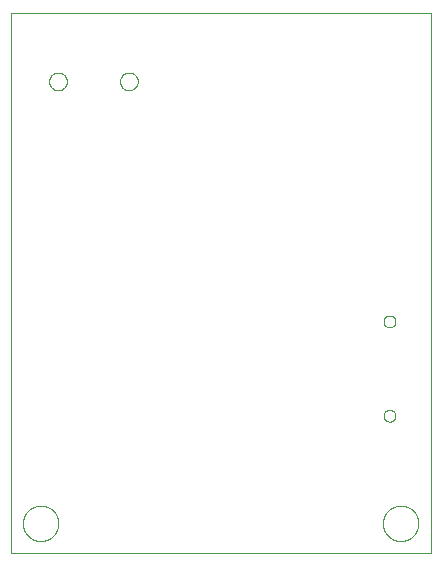
<source format=gbr>
G04 EAGLE Gerber RS-274X export*
G75*
%MOMM*%
%FSLAX34Y34*%
%LPD*%
%AMOC8*
5,1,8,0,0,1.08239X$1,22.5*%
G01*
%ADD10C,0.025400*%
%ADD11C,0.000000*%


D10*
X0Y0D02*
X355600Y0D01*
X355600Y457200D01*
X0Y457200D01*
X0Y0D01*
D11*
X10400Y25400D02*
X10405Y25768D01*
X10418Y26136D01*
X10441Y26503D01*
X10472Y26870D01*
X10513Y27236D01*
X10562Y27601D01*
X10621Y27964D01*
X10688Y28326D01*
X10764Y28687D01*
X10850Y29045D01*
X10943Y29401D01*
X11046Y29754D01*
X11157Y30105D01*
X11277Y30453D01*
X11405Y30798D01*
X11542Y31140D01*
X11687Y31479D01*
X11840Y31813D01*
X12002Y32144D01*
X12171Y32471D01*
X12349Y32793D01*
X12534Y33112D01*
X12727Y33425D01*
X12928Y33734D01*
X13136Y34037D01*
X13352Y34335D01*
X13575Y34628D01*
X13805Y34916D01*
X14042Y35198D01*
X14286Y35473D01*
X14536Y35743D01*
X14793Y36007D01*
X15057Y36264D01*
X15327Y36514D01*
X15602Y36758D01*
X15884Y36995D01*
X16172Y37225D01*
X16465Y37448D01*
X16763Y37664D01*
X17066Y37872D01*
X17375Y38073D01*
X17688Y38266D01*
X18007Y38451D01*
X18329Y38629D01*
X18656Y38798D01*
X18987Y38960D01*
X19321Y39113D01*
X19660Y39258D01*
X20002Y39395D01*
X20347Y39523D01*
X20695Y39643D01*
X21046Y39754D01*
X21399Y39857D01*
X21755Y39950D01*
X22113Y40036D01*
X22474Y40112D01*
X22836Y40179D01*
X23199Y40238D01*
X23564Y40287D01*
X23930Y40328D01*
X24297Y40359D01*
X24664Y40382D01*
X25032Y40395D01*
X25400Y40400D01*
X25768Y40395D01*
X26136Y40382D01*
X26503Y40359D01*
X26870Y40328D01*
X27236Y40287D01*
X27601Y40238D01*
X27964Y40179D01*
X28326Y40112D01*
X28687Y40036D01*
X29045Y39950D01*
X29401Y39857D01*
X29754Y39754D01*
X30105Y39643D01*
X30453Y39523D01*
X30798Y39395D01*
X31140Y39258D01*
X31479Y39113D01*
X31813Y38960D01*
X32144Y38798D01*
X32471Y38629D01*
X32793Y38451D01*
X33112Y38266D01*
X33425Y38073D01*
X33734Y37872D01*
X34037Y37664D01*
X34335Y37448D01*
X34628Y37225D01*
X34916Y36995D01*
X35198Y36758D01*
X35473Y36514D01*
X35743Y36264D01*
X36007Y36007D01*
X36264Y35743D01*
X36514Y35473D01*
X36758Y35198D01*
X36995Y34916D01*
X37225Y34628D01*
X37448Y34335D01*
X37664Y34037D01*
X37872Y33734D01*
X38073Y33425D01*
X38266Y33112D01*
X38451Y32793D01*
X38629Y32471D01*
X38798Y32144D01*
X38960Y31813D01*
X39113Y31479D01*
X39258Y31140D01*
X39395Y30798D01*
X39523Y30453D01*
X39643Y30105D01*
X39754Y29754D01*
X39857Y29401D01*
X39950Y29045D01*
X40036Y28687D01*
X40112Y28326D01*
X40179Y27964D01*
X40238Y27601D01*
X40287Y27236D01*
X40328Y26870D01*
X40359Y26503D01*
X40382Y26136D01*
X40395Y25768D01*
X40400Y25400D01*
X40395Y25032D01*
X40382Y24664D01*
X40359Y24297D01*
X40328Y23930D01*
X40287Y23564D01*
X40238Y23199D01*
X40179Y22836D01*
X40112Y22474D01*
X40036Y22113D01*
X39950Y21755D01*
X39857Y21399D01*
X39754Y21046D01*
X39643Y20695D01*
X39523Y20347D01*
X39395Y20002D01*
X39258Y19660D01*
X39113Y19321D01*
X38960Y18987D01*
X38798Y18656D01*
X38629Y18329D01*
X38451Y18007D01*
X38266Y17688D01*
X38073Y17375D01*
X37872Y17066D01*
X37664Y16763D01*
X37448Y16465D01*
X37225Y16172D01*
X36995Y15884D01*
X36758Y15602D01*
X36514Y15327D01*
X36264Y15057D01*
X36007Y14793D01*
X35743Y14536D01*
X35473Y14286D01*
X35198Y14042D01*
X34916Y13805D01*
X34628Y13575D01*
X34335Y13352D01*
X34037Y13136D01*
X33734Y12928D01*
X33425Y12727D01*
X33112Y12534D01*
X32793Y12349D01*
X32471Y12171D01*
X32144Y12002D01*
X31813Y11840D01*
X31479Y11687D01*
X31140Y11542D01*
X30798Y11405D01*
X30453Y11277D01*
X30105Y11157D01*
X29754Y11046D01*
X29401Y10943D01*
X29045Y10850D01*
X28687Y10764D01*
X28326Y10688D01*
X27964Y10621D01*
X27601Y10562D01*
X27236Y10513D01*
X26870Y10472D01*
X26503Y10441D01*
X26136Y10418D01*
X25768Y10405D01*
X25400Y10400D01*
X25032Y10405D01*
X24664Y10418D01*
X24297Y10441D01*
X23930Y10472D01*
X23564Y10513D01*
X23199Y10562D01*
X22836Y10621D01*
X22474Y10688D01*
X22113Y10764D01*
X21755Y10850D01*
X21399Y10943D01*
X21046Y11046D01*
X20695Y11157D01*
X20347Y11277D01*
X20002Y11405D01*
X19660Y11542D01*
X19321Y11687D01*
X18987Y11840D01*
X18656Y12002D01*
X18329Y12171D01*
X18007Y12349D01*
X17688Y12534D01*
X17375Y12727D01*
X17066Y12928D01*
X16763Y13136D01*
X16465Y13352D01*
X16172Y13575D01*
X15884Y13805D01*
X15602Y14042D01*
X15327Y14286D01*
X15057Y14536D01*
X14793Y14793D01*
X14536Y15057D01*
X14286Y15327D01*
X14042Y15602D01*
X13805Y15884D01*
X13575Y16172D01*
X13352Y16465D01*
X13136Y16763D01*
X12928Y17066D01*
X12727Y17375D01*
X12534Y17688D01*
X12349Y18007D01*
X12171Y18329D01*
X12002Y18656D01*
X11840Y18987D01*
X11687Y19321D01*
X11542Y19660D01*
X11405Y20002D01*
X11277Y20347D01*
X11157Y20695D01*
X11046Y21046D01*
X10943Y21399D01*
X10850Y21755D01*
X10764Y22113D01*
X10688Y22474D01*
X10621Y22836D01*
X10562Y23199D01*
X10513Y23564D01*
X10472Y23930D01*
X10441Y24297D01*
X10418Y24664D01*
X10405Y25032D01*
X10400Y25400D01*
X315200Y25400D02*
X315205Y25768D01*
X315218Y26136D01*
X315241Y26503D01*
X315272Y26870D01*
X315313Y27236D01*
X315362Y27601D01*
X315421Y27964D01*
X315488Y28326D01*
X315564Y28687D01*
X315650Y29045D01*
X315743Y29401D01*
X315846Y29754D01*
X315957Y30105D01*
X316077Y30453D01*
X316205Y30798D01*
X316342Y31140D01*
X316487Y31479D01*
X316640Y31813D01*
X316802Y32144D01*
X316971Y32471D01*
X317149Y32793D01*
X317334Y33112D01*
X317527Y33425D01*
X317728Y33734D01*
X317936Y34037D01*
X318152Y34335D01*
X318375Y34628D01*
X318605Y34916D01*
X318842Y35198D01*
X319086Y35473D01*
X319336Y35743D01*
X319593Y36007D01*
X319857Y36264D01*
X320127Y36514D01*
X320402Y36758D01*
X320684Y36995D01*
X320972Y37225D01*
X321265Y37448D01*
X321563Y37664D01*
X321866Y37872D01*
X322175Y38073D01*
X322488Y38266D01*
X322807Y38451D01*
X323129Y38629D01*
X323456Y38798D01*
X323787Y38960D01*
X324121Y39113D01*
X324460Y39258D01*
X324802Y39395D01*
X325147Y39523D01*
X325495Y39643D01*
X325846Y39754D01*
X326199Y39857D01*
X326555Y39950D01*
X326913Y40036D01*
X327274Y40112D01*
X327636Y40179D01*
X327999Y40238D01*
X328364Y40287D01*
X328730Y40328D01*
X329097Y40359D01*
X329464Y40382D01*
X329832Y40395D01*
X330200Y40400D01*
X330568Y40395D01*
X330936Y40382D01*
X331303Y40359D01*
X331670Y40328D01*
X332036Y40287D01*
X332401Y40238D01*
X332764Y40179D01*
X333126Y40112D01*
X333487Y40036D01*
X333845Y39950D01*
X334201Y39857D01*
X334554Y39754D01*
X334905Y39643D01*
X335253Y39523D01*
X335598Y39395D01*
X335940Y39258D01*
X336279Y39113D01*
X336613Y38960D01*
X336944Y38798D01*
X337271Y38629D01*
X337593Y38451D01*
X337912Y38266D01*
X338225Y38073D01*
X338534Y37872D01*
X338837Y37664D01*
X339135Y37448D01*
X339428Y37225D01*
X339716Y36995D01*
X339998Y36758D01*
X340273Y36514D01*
X340543Y36264D01*
X340807Y36007D01*
X341064Y35743D01*
X341314Y35473D01*
X341558Y35198D01*
X341795Y34916D01*
X342025Y34628D01*
X342248Y34335D01*
X342464Y34037D01*
X342672Y33734D01*
X342873Y33425D01*
X343066Y33112D01*
X343251Y32793D01*
X343429Y32471D01*
X343598Y32144D01*
X343760Y31813D01*
X343913Y31479D01*
X344058Y31140D01*
X344195Y30798D01*
X344323Y30453D01*
X344443Y30105D01*
X344554Y29754D01*
X344657Y29401D01*
X344750Y29045D01*
X344836Y28687D01*
X344912Y28326D01*
X344979Y27964D01*
X345038Y27601D01*
X345087Y27236D01*
X345128Y26870D01*
X345159Y26503D01*
X345182Y26136D01*
X345195Y25768D01*
X345200Y25400D01*
X345195Y25032D01*
X345182Y24664D01*
X345159Y24297D01*
X345128Y23930D01*
X345087Y23564D01*
X345038Y23199D01*
X344979Y22836D01*
X344912Y22474D01*
X344836Y22113D01*
X344750Y21755D01*
X344657Y21399D01*
X344554Y21046D01*
X344443Y20695D01*
X344323Y20347D01*
X344195Y20002D01*
X344058Y19660D01*
X343913Y19321D01*
X343760Y18987D01*
X343598Y18656D01*
X343429Y18329D01*
X343251Y18007D01*
X343066Y17688D01*
X342873Y17375D01*
X342672Y17066D01*
X342464Y16763D01*
X342248Y16465D01*
X342025Y16172D01*
X341795Y15884D01*
X341558Y15602D01*
X341314Y15327D01*
X341064Y15057D01*
X340807Y14793D01*
X340543Y14536D01*
X340273Y14286D01*
X339998Y14042D01*
X339716Y13805D01*
X339428Y13575D01*
X339135Y13352D01*
X338837Y13136D01*
X338534Y12928D01*
X338225Y12727D01*
X337912Y12534D01*
X337593Y12349D01*
X337271Y12171D01*
X336944Y12002D01*
X336613Y11840D01*
X336279Y11687D01*
X335940Y11542D01*
X335598Y11405D01*
X335253Y11277D01*
X334905Y11157D01*
X334554Y11046D01*
X334201Y10943D01*
X333845Y10850D01*
X333487Y10764D01*
X333126Y10688D01*
X332764Y10621D01*
X332401Y10562D01*
X332036Y10513D01*
X331670Y10472D01*
X331303Y10441D01*
X330936Y10418D01*
X330568Y10405D01*
X330200Y10400D01*
X329832Y10405D01*
X329464Y10418D01*
X329097Y10441D01*
X328730Y10472D01*
X328364Y10513D01*
X327999Y10562D01*
X327636Y10621D01*
X327274Y10688D01*
X326913Y10764D01*
X326555Y10850D01*
X326199Y10943D01*
X325846Y11046D01*
X325495Y11157D01*
X325147Y11277D01*
X324802Y11405D01*
X324460Y11542D01*
X324121Y11687D01*
X323787Y11840D01*
X323456Y12002D01*
X323129Y12171D01*
X322807Y12349D01*
X322488Y12534D01*
X322175Y12727D01*
X321866Y12928D01*
X321563Y13136D01*
X321265Y13352D01*
X320972Y13575D01*
X320684Y13805D01*
X320402Y14042D01*
X320127Y14286D01*
X319857Y14536D01*
X319593Y14793D01*
X319336Y15057D01*
X319086Y15327D01*
X318842Y15602D01*
X318605Y15884D01*
X318375Y16172D01*
X318152Y16465D01*
X317936Y16763D01*
X317728Y17066D01*
X317527Y17375D01*
X317334Y17688D01*
X317149Y18007D01*
X316971Y18329D01*
X316802Y18656D01*
X316640Y18987D01*
X316487Y19321D01*
X316342Y19660D01*
X316205Y20002D01*
X316077Y20347D01*
X315957Y20695D01*
X315846Y21046D01*
X315743Y21399D01*
X315650Y21755D01*
X315564Y22113D01*
X315488Y22474D01*
X315421Y22836D01*
X315362Y23199D01*
X315313Y23564D01*
X315272Y23930D01*
X315241Y24297D01*
X315218Y24664D01*
X315205Y25032D01*
X315200Y25400D01*
X92604Y399542D02*
X92606Y399726D01*
X92613Y399910D01*
X92624Y400094D01*
X92640Y400277D01*
X92660Y400460D01*
X92685Y400642D01*
X92714Y400824D01*
X92748Y401005D01*
X92786Y401185D01*
X92829Y401364D01*
X92876Y401542D01*
X92927Y401719D01*
X92983Y401895D01*
X93042Y402069D01*
X93107Y402241D01*
X93175Y402412D01*
X93247Y402581D01*
X93324Y402749D01*
X93405Y402914D01*
X93490Y403077D01*
X93578Y403239D01*
X93671Y403398D01*
X93768Y403554D01*
X93868Y403709D01*
X93972Y403861D01*
X94080Y404010D01*
X94191Y404156D01*
X94306Y404300D01*
X94425Y404441D01*
X94547Y404579D01*
X94672Y404714D01*
X94801Y404845D01*
X94932Y404974D01*
X95067Y405099D01*
X95205Y405221D01*
X95346Y405340D01*
X95490Y405455D01*
X95636Y405566D01*
X95785Y405674D01*
X95937Y405778D01*
X96092Y405878D01*
X96248Y405975D01*
X96407Y406068D01*
X96569Y406156D01*
X96732Y406241D01*
X96897Y406322D01*
X97065Y406399D01*
X97234Y406471D01*
X97405Y406539D01*
X97577Y406604D01*
X97751Y406663D01*
X97927Y406719D01*
X98104Y406770D01*
X98282Y406817D01*
X98461Y406860D01*
X98641Y406898D01*
X98822Y406932D01*
X99004Y406961D01*
X99186Y406986D01*
X99369Y407006D01*
X99552Y407022D01*
X99736Y407033D01*
X99920Y407040D01*
X100104Y407042D01*
X100288Y407040D01*
X100472Y407033D01*
X100656Y407022D01*
X100839Y407006D01*
X101022Y406986D01*
X101204Y406961D01*
X101386Y406932D01*
X101567Y406898D01*
X101747Y406860D01*
X101926Y406817D01*
X102104Y406770D01*
X102281Y406719D01*
X102457Y406663D01*
X102631Y406604D01*
X102803Y406539D01*
X102974Y406471D01*
X103143Y406399D01*
X103311Y406322D01*
X103476Y406241D01*
X103639Y406156D01*
X103801Y406068D01*
X103960Y405975D01*
X104116Y405878D01*
X104271Y405778D01*
X104423Y405674D01*
X104572Y405566D01*
X104718Y405455D01*
X104862Y405340D01*
X105003Y405221D01*
X105141Y405099D01*
X105276Y404974D01*
X105407Y404845D01*
X105536Y404714D01*
X105661Y404579D01*
X105783Y404441D01*
X105902Y404300D01*
X106017Y404156D01*
X106128Y404010D01*
X106236Y403861D01*
X106340Y403709D01*
X106440Y403554D01*
X106537Y403398D01*
X106630Y403239D01*
X106718Y403077D01*
X106803Y402914D01*
X106884Y402749D01*
X106961Y402581D01*
X107033Y402412D01*
X107101Y402241D01*
X107166Y402069D01*
X107225Y401895D01*
X107281Y401719D01*
X107332Y401542D01*
X107379Y401364D01*
X107422Y401185D01*
X107460Y401005D01*
X107494Y400824D01*
X107523Y400642D01*
X107548Y400460D01*
X107568Y400277D01*
X107584Y400094D01*
X107595Y399910D01*
X107602Y399726D01*
X107604Y399542D01*
X107602Y399358D01*
X107595Y399174D01*
X107584Y398990D01*
X107568Y398807D01*
X107548Y398624D01*
X107523Y398442D01*
X107494Y398260D01*
X107460Y398079D01*
X107422Y397899D01*
X107379Y397720D01*
X107332Y397542D01*
X107281Y397365D01*
X107225Y397189D01*
X107166Y397015D01*
X107101Y396843D01*
X107033Y396672D01*
X106961Y396503D01*
X106884Y396335D01*
X106803Y396170D01*
X106718Y396007D01*
X106630Y395845D01*
X106537Y395686D01*
X106440Y395530D01*
X106340Y395375D01*
X106236Y395223D01*
X106128Y395074D01*
X106017Y394928D01*
X105902Y394784D01*
X105783Y394643D01*
X105661Y394505D01*
X105536Y394370D01*
X105407Y394239D01*
X105276Y394110D01*
X105141Y393985D01*
X105003Y393863D01*
X104862Y393744D01*
X104718Y393629D01*
X104572Y393518D01*
X104423Y393410D01*
X104271Y393306D01*
X104116Y393206D01*
X103960Y393109D01*
X103801Y393016D01*
X103639Y392928D01*
X103476Y392843D01*
X103311Y392762D01*
X103143Y392685D01*
X102974Y392613D01*
X102803Y392545D01*
X102631Y392480D01*
X102457Y392421D01*
X102281Y392365D01*
X102104Y392314D01*
X101926Y392267D01*
X101747Y392224D01*
X101567Y392186D01*
X101386Y392152D01*
X101204Y392123D01*
X101022Y392098D01*
X100839Y392078D01*
X100656Y392062D01*
X100472Y392051D01*
X100288Y392044D01*
X100104Y392042D01*
X99920Y392044D01*
X99736Y392051D01*
X99552Y392062D01*
X99369Y392078D01*
X99186Y392098D01*
X99004Y392123D01*
X98822Y392152D01*
X98641Y392186D01*
X98461Y392224D01*
X98282Y392267D01*
X98104Y392314D01*
X97927Y392365D01*
X97751Y392421D01*
X97577Y392480D01*
X97405Y392545D01*
X97234Y392613D01*
X97065Y392685D01*
X96897Y392762D01*
X96732Y392843D01*
X96569Y392928D01*
X96407Y393016D01*
X96248Y393109D01*
X96092Y393206D01*
X95937Y393306D01*
X95785Y393410D01*
X95636Y393518D01*
X95490Y393629D01*
X95346Y393744D01*
X95205Y393863D01*
X95067Y393985D01*
X94932Y394110D01*
X94801Y394239D01*
X94672Y394370D01*
X94547Y394505D01*
X94425Y394643D01*
X94306Y394784D01*
X94191Y394928D01*
X94080Y395074D01*
X93972Y395223D01*
X93868Y395375D01*
X93768Y395530D01*
X93671Y395686D01*
X93578Y395845D01*
X93490Y396007D01*
X93405Y396170D01*
X93324Y396335D01*
X93247Y396503D01*
X93175Y396672D01*
X93107Y396843D01*
X93042Y397015D01*
X92983Y397189D01*
X92927Y397365D01*
X92876Y397542D01*
X92829Y397720D01*
X92786Y397899D01*
X92748Y398079D01*
X92714Y398260D01*
X92685Y398442D01*
X92660Y398624D01*
X92640Y398807D01*
X92624Y398990D01*
X92613Y399174D01*
X92606Y399358D01*
X92604Y399542D01*
X32604Y399542D02*
X32606Y399726D01*
X32613Y399910D01*
X32624Y400094D01*
X32640Y400277D01*
X32660Y400460D01*
X32685Y400642D01*
X32714Y400824D01*
X32748Y401005D01*
X32786Y401185D01*
X32829Y401364D01*
X32876Y401542D01*
X32927Y401719D01*
X32983Y401895D01*
X33042Y402069D01*
X33107Y402241D01*
X33175Y402412D01*
X33247Y402581D01*
X33324Y402749D01*
X33405Y402914D01*
X33490Y403077D01*
X33578Y403239D01*
X33671Y403398D01*
X33768Y403554D01*
X33868Y403709D01*
X33972Y403861D01*
X34080Y404010D01*
X34191Y404156D01*
X34306Y404300D01*
X34425Y404441D01*
X34547Y404579D01*
X34672Y404714D01*
X34801Y404845D01*
X34932Y404974D01*
X35067Y405099D01*
X35205Y405221D01*
X35346Y405340D01*
X35490Y405455D01*
X35636Y405566D01*
X35785Y405674D01*
X35937Y405778D01*
X36092Y405878D01*
X36248Y405975D01*
X36407Y406068D01*
X36569Y406156D01*
X36732Y406241D01*
X36897Y406322D01*
X37065Y406399D01*
X37234Y406471D01*
X37405Y406539D01*
X37577Y406604D01*
X37751Y406663D01*
X37927Y406719D01*
X38104Y406770D01*
X38282Y406817D01*
X38461Y406860D01*
X38641Y406898D01*
X38822Y406932D01*
X39004Y406961D01*
X39186Y406986D01*
X39369Y407006D01*
X39552Y407022D01*
X39736Y407033D01*
X39920Y407040D01*
X40104Y407042D01*
X40288Y407040D01*
X40472Y407033D01*
X40656Y407022D01*
X40839Y407006D01*
X41022Y406986D01*
X41204Y406961D01*
X41386Y406932D01*
X41567Y406898D01*
X41747Y406860D01*
X41926Y406817D01*
X42104Y406770D01*
X42281Y406719D01*
X42457Y406663D01*
X42631Y406604D01*
X42803Y406539D01*
X42974Y406471D01*
X43143Y406399D01*
X43311Y406322D01*
X43476Y406241D01*
X43639Y406156D01*
X43801Y406068D01*
X43960Y405975D01*
X44116Y405878D01*
X44271Y405778D01*
X44423Y405674D01*
X44572Y405566D01*
X44718Y405455D01*
X44862Y405340D01*
X45003Y405221D01*
X45141Y405099D01*
X45276Y404974D01*
X45407Y404845D01*
X45536Y404714D01*
X45661Y404579D01*
X45783Y404441D01*
X45902Y404300D01*
X46017Y404156D01*
X46128Y404010D01*
X46236Y403861D01*
X46340Y403709D01*
X46440Y403554D01*
X46537Y403398D01*
X46630Y403239D01*
X46718Y403077D01*
X46803Y402914D01*
X46884Y402749D01*
X46961Y402581D01*
X47033Y402412D01*
X47101Y402241D01*
X47166Y402069D01*
X47225Y401895D01*
X47281Y401719D01*
X47332Y401542D01*
X47379Y401364D01*
X47422Y401185D01*
X47460Y401005D01*
X47494Y400824D01*
X47523Y400642D01*
X47548Y400460D01*
X47568Y400277D01*
X47584Y400094D01*
X47595Y399910D01*
X47602Y399726D01*
X47604Y399542D01*
X47602Y399358D01*
X47595Y399174D01*
X47584Y398990D01*
X47568Y398807D01*
X47548Y398624D01*
X47523Y398442D01*
X47494Y398260D01*
X47460Y398079D01*
X47422Y397899D01*
X47379Y397720D01*
X47332Y397542D01*
X47281Y397365D01*
X47225Y397189D01*
X47166Y397015D01*
X47101Y396843D01*
X47033Y396672D01*
X46961Y396503D01*
X46884Y396335D01*
X46803Y396170D01*
X46718Y396007D01*
X46630Y395845D01*
X46537Y395686D01*
X46440Y395530D01*
X46340Y395375D01*
X46236Y395223D01*
X46128Y395074D01*
X46017Y394928D01*
X45902Y394784D01*
X45783Y394643D01*
X45661Y394505D01*
X45536Y394370D01*
X45407Y394239D01*
X45276Y394110D01*
X45141Y393985D01*
X45003Y393863D01*
X44862Y393744D01*
X44718Y393629D01*
X44572Y393518D01*
X44423Y393410D01*
X44271Y393306D01*
X44116Y393206D01*
X43960Y393109D01*
X43801Y393016D01*
X43639Y392928D01*
X43476Y392843D01*
X43311Y392762D01*
X43143Y392685D01*
X42974Y392613D01*
X42803Y392545D01*
X42631Y392480D01*
X42457Y392421D01*
X42281Y392365D01*
X42104Y392314D01*
X41926Y392267D01*
X41747Y392224D01*
X41567Y392186D01*
X41386Y392152D01*
X41204Y392123D01*
X41022Y392098D01*
X40839Y392078D01*
X40656Y392062D01*
X40472Y392051D01*
X40288Y392044D01*
X40104Y392042D01*
X39920Y392044D01*
X39736Y392051D01*
X39552Y392062D01*
X39369Y392078D01*
X39186Y392098D01*
X39004Y392123D01*
X38822Y392152D01*
X38641Y392186D01*
X38461Y392224D01*
X38282Y392267D01*
X38104Y392314D01*
X37927Y392365D01*
X37751Y392421D01*
X37577Y392480D01*
X37405Y392545D01*
X37234Y392613D01*
X37065Y392685D01*
X36897Y392762D01*
X36732Y392843D01*
X36569Y392928D01*
X36407Y393016D01*
X36248Y393109D01*
X36092Y393206D01*
X35937Y393306D01*
X35785Y393410D01*
X35636Y393518D01*
X35490Y393629D01*
X35346Y393744D01*
X35205Y393863D01*
X35067Y393985D01*
X34932Y394110D01*
X34801Y394239D01*
X34672Y394370D01*
X34547Y394505D01*
X34425Y394643D01*
X34306Y394784D01*
X34191Y394928D01*
X34080Y395074D01*
X33972Y395223D01*
X33868Y395375D01*
X33768Y395530D01*
X33671Y395686D01*
X33578Y395845D01*
X33490Y396007D01*
X33405Y396170D01*
X33324Y396335D01*
X33247Y396503D01*
X33175Y396672D01*
X33107Y396843D01*
X33042Y397015D01*
X32983Y397189D01*
X32927Y397365D01*
X32876Y397542D01*
X32829Y397720D01*
X32786Y397899D01*
X32748Y398079D01*
X32714Y398260D01*
X32685Y398442D01*
X32660Y398624D01*
X32640Y398807D01*
X32624Y398990D01*
X32613Y399174D01*
X32606Y399358D01*
X32604Y399542D01*
X315738Y196336D02*
X315740Y196477D01*
X315746Y196618D01*
X315756Y196758D01*
X315770Y196898D01*
X315788Y197038D01*
X315809Y197177D01*
X315835Y197316D01*
X315864Y197454D01*
X315898Y197590D01*
X315935Y197726D01*
X315976Y197861D01*
X316021Y197995D01*
X316070Y198127D01*
X316122Y198258D01*
X316178Y198387D01*
X316238Y198514D01*
X316301Y198640D01*
X316367Y198764D01*
X316438Y198887D01*
X316511Y199007D01*
X316588Y199125D01*
X316668Y199241D01*
X316752Y199354D01*
X316838Y199465D01*
X316928Y199574D01*
X317021Y199680D01*
X317116Y199783D01*
X317215Y199884D01*
X317316Y199982D01*
X317420Y200077D01*
X317527Y200169D01*
X317636Y200258D01*
X317748Y200343D01*
X317862Y200426D01*
X317978Y200506D01*
X318097Y200582D01*
X318218Y200654D01*
X318340Y200724D01*
X318465Y200789D01*
X318591Y200852D01*
X318719Y200910D01*
X318849Y200965D01*
X318980Y201017D01*
X319113Y201064D01*
X319247Y201108D01*
X319382Y201149D01*
X319518Y201185D01*
X319655Y201217D01*
X319793Y201246D01*
X319931Y201271D01*
X320071Y201291D01*
X320211Y201308D01*
X320351Y201321D01*
X320492Y201330D01*
X320632Y201335D01*
X320773Y201336D01*
X320914Y201333D01*
X321055Y201326D01*
X321195Y201315D01*
X321335Y201300D01*
X321475Y201281D01*
X321614Y201259D01*
X321752Y201232D01*
X321890Y201202D01*
X322026Y201167D01*
X322162Y201129D01*
X322296Y201087D01*
X322430Y201041D01*
X322562Y200992D01*
X322692Y200938D01*
X322821Y200881D01*
X322948Y200821D01*
X323074Y200757D01*
X323197Y200689D01*
X323319Y200618D01*
X323439Y200544D01*
X323556Y200466D01*
X323671Y200385D01*
X323784Y200301D01*
X323895Y200214D01*
X324003Y200123D01*
X324108Y200030D01*
X324211Y199933D01*
X324311Y199834D01*
X324408Y199732D01*
X324502Y199627D01*
X324593Y199520D01*
X324681Y199410D01*
X324766Y199298D01*
X324848Y199183D01*
X324927Y199066D01*
X325002Y198947D01*
X325074Y198826D01*
X325142Y198703D01*
X325207Y198578D01*
X325269Y198451D01*
X325326Y198322D01*
X325381Y198192D01*
X325431Y198061D01*
X325478Y197928D01*
X325521Y197794D01*
X325560Y197658D01*
X325595Y197522D01*
X325627Y197385D01*
X325654Y197247D01*
X325678Y197108D01*
X325698Y196968D01*
X325714Y196828D01*
X325726Y196688D01*
X325734Y196547D01*
X325738Y196406D01*
X325738Y196266D01*
X325734Y196125D01*
X325726Y195984D01*
X325714Y195844D01*
X325698Y195704D01*
X325678Y195564D01*
X325654Y195425D01*
X325627Y195287D01*
X325595Y195150D01*
X325560Y195014D01*
X325521Y194878D01*
X325478Y194744D01*
X325431Y194611D01*
X325381Y194480D01*
X325326Y194350D01*
X325269Y194221D01*
X325207Y194094D01*
X325142Y193969D01*
X325074Y193846D01*
X325002Y193725D01*
X324927Y193606D01*
X324848Y193489D01*
X324766Y193374D01*
X324681Y193262D01*
X324593Y193152D01*
X324502Y193045D01*
X324408Y192940D01*
X324311Y192838D01*
X324211Y192739D01*
X324108Y192642D01*
X324003Y192549D01*
X323895Y192458D01*
X323784Y192371D01*
X323671Y192287D01*
X323556Y192206D01*
X323439Y192128D01*
X323319Y192054D01*
X323197Y191983D01*
X323074Y191915D01*
X322948Y191851D01*
X322821Y191791D01*
X322692Y191734D01*
X322562Y191680D01*
X322430Y191631D01*
X322296Y191585D01*
X322162Y191543D01*
X322026Y191505D01*
X321890Y191470D01*
X321752Y191440D01*
X321614Y191413D01*
X321475Y191391D01*
X321335Y191372D01*
X321195Y191357D01*
X321055Y191346D01*
X320914Y191339D01*
X320773Y191336D01*
X320632Y191337D01*
X320492Y191342D01*
X320351Y191351D01*
X320211Y191364D01*
X320071Y191381D01*
X319931Y191401D01*
X319793Y191426D01*
X319655Y191455D01*
X319518Y191487D01*
X319382Y191523D01*
X319247Y191564D01*
X319113Y191608D01*
X318980Y191655D01*
X318849Y191707D01*
X318719Y191762D01*
X318591Y191820D01*
X318465Y191883D01*
X318340Y191948D01*
X318218Y192018D01*
X318097Y192090D01*
X317978Y192166D01*
X317862Y192246D01*
X317748Y192329D01*
X317636Y192414D01*
X317527Y192503D01*
X317420Y192595D01*
X317316Y192690D01*
X317215Y192788D01*
X317116Y192889D01*
X317021Y192992D01*
X316928Y193098D01*
X316838Y193207D01*
X316752Y193318D01*
X316668Y193431D01*
X316588Y193547D01*
X316511Y193665D01*
X316438Y193785D01*
X316367Y193908D01*
X316301Y194032D01*
X316238Y194158D01*
X316178Y194285D01*
X316122Y194414D01*
X316070Y194545D01*
X316021Y194677D01*
X315976Y194811D01*
X315935Y194946D01*
X315898Y195082D01*
X315864Y195218D01*
X315835Y195356D01*
X315809Y195495D01*
X315788Y195634D01*
X315770Y195774D01*
X315756Y195914D01*
X315746Y196054D01*
X315740Y196195D01*
X315738Y196336D01*
X315738Y116536D02*
X315740Y116677D01*
X315746Y116818D01*
X315756Y116958D01*
X315770Y117098D01*
X315788Y117238D01*
X315809Y117377D01*
X315835Y117516D01*
X315864Y117654D01*
X315898Y117790D01*
X315935Y117926D01*
X315976Y118061D01*
X316021Y118195D01*
X316070Y118327D01*
X316122Y118458D01*
X316178Y118587D01*
X316238Y118714D01*
X316301Y118840D01*
X316367Y118964D01*
X316438Y119087D01*
X316511Y119207D01*
X316588Y119325D01*
X316668Y119441D01*
X316752Y119554D01*
X316838Y119665D01*
X316928Y119774D01*
X317021Y119880D01*
X317116Y119983D01*
X317215Y120084D01*
X317316Y120182D01*
X317420Y120277D01*
X317527Y120369D01*
X317636Y120458D01*
X317748Y120543D01*
X317862Y120626D01*
X317978Y120706D01*
X318097Y120782D01*
X318218Y120854D01*
X318340Y120924D01*
X318465Y120989D01*
X318591Y121052D01*
X318719Y121110D01*
X318849Y121165D01*
X318980Y121217D01*
X319113Y121264D01*
X319247Y121308D01*
X319382Y121349D01*
X319518Y121385D01*
X319655Y121417D01*
X319793Y121446D01*
X319931Y121471D01*
X320071Y121491D01*
X320211Y121508D01*
X320351Y121521D01*
X320492Y121530D01*
X320632Y121535D01*
X320773Y121536D01*
X320914Y121533D01*
X321055Y121526D01*
X321195Y121515D01*
X321335Y121500D01*
X321475Y121481D01*
X321614Y121459D01*
X321752Y121432D01*
X321890Y121402D01*
X322026Y121367D01*
X322162Y121329D01*
X322296Y121287D01*
X322430Y121241D01*
X322562Y121192D01*
X322692Y121138D01*
X322821Y121081D01*
X322948Y121021D01*
X323074Y120957D01*
X323197Y120889D01*
X323319Y120818D01*
X323439Y120744D01*
X323556Y120666D01*
X323671Y120585D01*
X323784Y120501D01*
X323895Y120414D01*
X324003Y120323D01*
X324108Y120230D01*
X324211Y120133D01*
X324311Y120034D01*
X324408Y119932D01*
X324502Y119827D01*
X324593Y119720D01*
X324681Y119610D01*
X324766Y119498D01*
X324848Y119383D01*
X324927Y119266D01*
X325002Y119147D01*
X325074Y119026D01*
X325142Y118903D01*
X325207Y118778D01*
X325269Y118651D01*
X325326Y118522D01*
X325381Y118392D01*
X325431Y118261D01*
X325478Y118128D01*
X325521Y117994D01*
X325560Y117858D01*
X325595Y117722D01*
X325627Y117585D01*
X325654Y117447D01*
X325678Y117308D01*
X325698Y117168D01*
X325714Y117028D01*
X325726Y116888D01*
X325734Y116747D01*
X325738Y116606D01*
X325738Y116466D01*
X325734Y116325D01*
X325726Y116184D01*
X325714Y116044D01*
X325698Y115904D01*
X325678Y115764D01*
X325654Y115625D01*
X325627Y115487D01*
X325595Y115350D01*
X325560Y115214D01*
X325521Y115078D01*
X325478Y114944D01*
X325431Y114811D01*
X325381Y114680D01*
X325326Y114550D01*
X325269Y114421D01*
X325207Y114294D01*
X325142Y114169D01*
X325074Y114046D01*
X325002Y113925D01*
X324927Y113806D01*
X324848Y113689D01*
X324766Y113574D01*
X324681Y113462D01*
X324593Y113352D01*
X324502Y113245D01*
X324408Y113140D01*
X324311Y113038D01*
X324211Y112939D01*
X324108Y112842D01*
X324003Y112749D01*
X323895Y112658D01*
X323784Y112571D01*
X323671Y112487D01*
X323556Y112406D01*
X323439Y112328D01*
X323319Y112254D01*
X323197Y112183D01*
X323074Y112115D01*
X322948Y112051D01*
X322821Y111991D01*
X322692Y111934D01*
X322562Y111880D01*
X322430Y111831D01*
X322296Y111785D01*
X322162Y111743D01*
X322026Y111705D01*
X321890Y111670D01*
X321752Y111640D01*
X321614Y111613D01*
X321475Y111591D01*
X321335Y111572D01*
X321195Y111557D01*
X321055Y111546D01*
X320914Y111539D01*
X320773Y111536D01*
X320632Y111537D01*
X320492Y111542D01*
X320351Y111551D01*
X320211Y111564D01*
X320071Y111581D01*
X319931Y111601D01*
X319793Y111626D01*
X319655Y111655D01*
X319518Y111687D01*
X319382Y111723D01*
X319247Y111764D01*
X319113Y111808D01*
X318980Y111855D01*
X318849Y111907D01*
X318719Y111962D01*
X318591Y112020D01*
X318465Y112083D01*
X318340Y112148D01*
X318218Y112218D01*
X318097Y112290D01*
X317978Y112366D01*
X317862Y112446D01*
X317748Y112529D01*
X317636Y112614D01*
X317527Y112703D01*
X317420Y112795D01*
X317316Y112890D01*
X317215Y112988D01*
X317116Y113089D01*
X317021Y113192D01*
X316928Y113298D01*
X316838Y113407D01*
X316752Y113518D01*
X316668Y113631D01*
X316588Y113747D01*
X316511Y113865D01*
X316438Y113985D01*
X316367Y114108D01*
X316301Y114232D01*
X316238Y114358D01*
X316178Y114485D01*
X316122Y114614D01*
X316070Y114745D01*
X316021Y114877D01*
X315976Y115011D01*
X315935Y115146D01*
X315898Y115282D01*
X315864Y115418D01*
X315835Y115556D01*
X315809Y115695D01*
X315788Y115834D01*
X315770Y115974D01*
X315756Y116114D01*
X315746Y116254D01*
X315740Y116395D01*
X315738Y116536D01*
M02*

</source>
